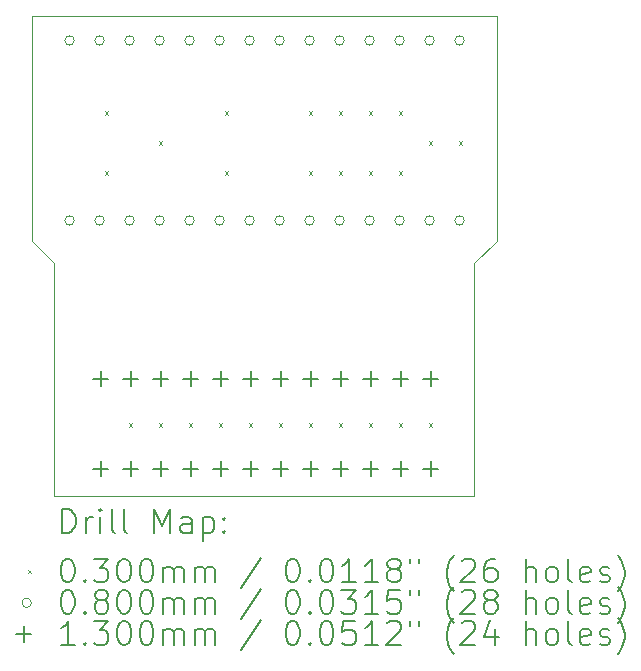
<source format=gbr>
%TF.GenerationSoftware,KiCad,Pcbnew,8.0.2-8.0.2-0~ubuntu24.04.1*%
%TF.CreationDate,2024-06-01T21:52:59+10:00*%
%TF.ProjectId,NES_RAM-ADAPTER,4e45535f-5241-44d2-9d41-444150544552,rev?*%
%TF.SameCoordinates,Original*%
%TF.FileFunction,Drillmap*%
%TF.FilePolarity,Positive*%
%FSLAX45Y45*%
G04 Gerber Fmt 4.5, Leading zero omitted, Abs format (unit mm)*
G04 Created by KiCad (PCBNEW 8.0.2-8.0.2-0~ubuntu24.04.1) date 2024-06-01 21:52:59*
%MOMM*%
%LPD*%
G01*
G04 APERTURE LIST*
%ADD10C,0.050000*%
%ADD11C,0.200000*%
%ADD12C,0.100000*%
%ADD13C,0.130000*%
G04 APERTURE END LIST*
D10*
X12001500Y-10350500D02*
X15557500Y-10350500D01*
X11811000Y-8191500D02*
X12001500Y-8382000D01*
X12001500Y-8382000D02*
X12001500Y-10350500D01*
X11811000Y-6286500D02*
X11811000Y-8191500D01*
X15557500Y-8382000D02*
X15557500Y-10350500D01*
X15748000Y-8191500D02*
X15557500Y-8382000D01*
X15748000Y-6286500D02*
X15748000Y-8191500D01*
X11811000Y-6286500D02*
X15748000Y-6286500D01*
D11*
D12*
X12431000Y-7097000D02*
X12461000Y-7127000D01*
X12461000Y-7097000D02*
X12431000Y-7127000D01*
X12431000Y-7605000D02*
X12461000Y-7635000D01*
X12461000Y-7605000D02*
X12431000Y-7635000D01*
X12634200Y-9738600D02*
X12664200Y-9768600D01*
X12664200Y-9738600D02*
X12634200Y-9768600D01*
X12888200Y-7351000D02*
X12918200Y-7381000D01*
X12918200Y-7351000D02*
X12888200Y-7381000D01*
X12888200Y-9738600D02*
X12918200Y-9768600D01*
X12918200Y-9738600D02*
X12888200Y-9768600D01*
X13142200Y-9738600D02*
X13172200Y-9768600D01*
X13172200Y-9738600D02*
X13142200Y-9768600D01*
X13396200Y-9738600D02*
X13426200Y-9768600D01*
X13426200Y-9738600D02*
X13396200Y-9768600D01*
X13447000Y-7097000D02*
X13477000Y-7127000D01*
X13477000Y-7097000D02*
X13447000Y-7127000D01*
X13447000Y-7605000D02*
X13477000Y-7635000D01*
X13477000Y-7605000D02*
X13447000Y-7635000D01*
X13650200Y-9738600D02*
X13680200Y-9768600D01*
X13680200Y-9738600D02*
X13650200Y-9768600D01*
X13904200Y-9738600D02*
X13934200Y-9768600D01*
X13934200Y-9738600D02*
X13904200Y-9768600D01*
X14158200Y-7097000D02*
X14188200Y-7127000D01*
X14188200Y-7097000D02*
X14158200Y-7127000D01*
X14158200Y-7605000D02*
X14188200Y-7635000D01*
X14188200Y-7605000D02*
X14158200Y-7635000D01*
X14158200Y-9738600D02*
X14188200Y-9768600D01*
X14188200Y-9738600D02*
X14158200Y-9768600D01*
X14412200Y-7097000D02*
X14442200Y-7127000D01*
X14442200Y-7097000D02*
X14412200Y-7127000D01*
X14412200Y-7605000D02*
X14442200Y-7635000D01*
X14442200Y-7605000D02*
X14412200Y-7635000D01*
X14412200Y-9738600D02*
X14442200Y-9768600D01*
X14442200Y-9738600D02*
X14412200Y-9768600D01*
X14666200Y-7097000D02*
X14696200Y-7127000D01*
X14696200Y-7097000D02*
X14666200Y-7127000D01*
X14666200Y-7605000D02*
X14696200Y-7635000D01*
X14696200Y-7605000D02*
X14666200Y-7635000D01*
X14666200Y-9738600D02*
X14696200Y-9768600D01*
X14696200Y-9738600D02*
X14666200Y-9768600D01*
X14920200Y-7097000D02*
X14950200Y-7127000D01*
X14950200Y-7097000D02*
X14920200Y-7127000D01*
X14920200Y-7605000D02*
X14950200Y-7635000D01*
X14950200Y-7605000D02*
X14920200Y-7635000D01*
X14920200Y-9738600D02*
X14950200Y-9768600D01*
X14950200Y-9738600D02*
X14920200Y-9768600D01*
X15174200Y-7351000D02*
X15204200Y-7381000D01*
X15204200Y-7351000D02*
X15174200Y-7381000D01*
X15174200Y-9738600D02*
X15204200Y-9768600D01*
X15204200Y-9738600D02*
X15174200Y-9768600D01*
X15428200Y-7351000D02*
X15458200Y-7381000D01*
X15458200Y-7351000D02*
X15428200Y-7381000D01*
X12171500Y-6495500D02*
G75*
G02*
X12091500Y-6495500I-40000J0D01*
G01*
X12091500Y-6495500D02*
G75*
G02*
X12171500Y-6495500I40000J0D01*
G01*
X12171500Y-8019500D02*
G75*
G02*
X12091500Y-8019500I-40000J0D01*
G01*
X12091500Y-8019500D02*
G75*
G02*
X12171500Y-8019500I40000J0D01*
G01*
X12425500Y-6495500D02*
G75*
G02*
X12345500Y-6495500I-40000J0D01*
G01*
X12345500Y-6495500D02*
G75*
G02*
X12425500Y-6495500I40000J0D01*
G01*
X12425500Y-8019500D02*
G75*
G02*
X12345500Y-8019500I-40000J0D01*
G01*
X12345500Y-8019500D02*
G75*
G02*
X12425500Y-8019500I40000J0D01*
G01*
X12679500Y-6495500D02*
G75*
G02*
X12599500Y-6495500I-40000J0D01*
G01*
X12599500Y-6495500D02*
G75*
G02*
X12679500Y-6495500I40000J0D01*
G01*
X12679500Y-8019500D02*
G75*
G02*
X12599500Y-8019500I-40000J0D01*
G01*
X12599500Y-8019500D02*
G75*
G02*
X12679500Y-8019500I40000J0D01*
G01*
X12933500Y-6495500D02*
G75*
G02*
X12853500Y-6495500I-40000J0D01*
G01*
X12853500Y-6495500D02*
G75*
G02*
X12933500Y-6495500I40000J0D01*
G01*
X12933500Y-8019500D02*
G75*
G02*
X12853500Y-8019500I-40000J0D01*
G01*
X12853500Y-8019500D02*
G75*
G02*
X12933500Y-8019500I40000J0D01*
G01*
X13187500Y-6495500D02*
G75*
G02*
X13107500Y-6495500I-40000J0D01*
G01*
X13107500Y-6495500D02*
G75*
G02*
X13187500Y-6495500I40000J0D01*
G01*
X13187500Y-8019500D02*
G75*
G02*
X13107500Y-8019500I-40000J0D01*
G01*
X13107500Y-8019500D02*
G75*
G02*
X13187500Y-8019500I40000J0D01*
G01*
X13441500Y-6495500D02*
G75*
G02*
X13361500Y-6495500I-40000J0D01*
G01*
X13361500Y-6495500D02*
G75*
G02*
X13441500Y-6495500I40000J0D01*
G01*
X13441500Y-8019500D02*
G75*
G02*
X13361500Y-8019500I-40000J0D01*
G01*
X13361500Y-8019500D02*
G75*
G02*
X13441500Y-8019500I40000J0D01*
G01*
X13695500Y-6495500D02*
G75*
G02*
X13615500Y-6495500I-40000J0D01*
G01*
X13615500Y-6495500D02*
G75*
G02*
X13695500Y-6495500I40000J0D01*
G01*
X13695500Y-8019500D02*
G75*
G02*
X13615500Y-8019500I-40000J0D01*
G01*
X13615500Y-8019500D02*
G75*
G02*
X13695500Y-8019500I40000J0D01*
G01*
X13949500Y-6495500D02*
G75*
G02*
X13869500Y-6495500I-40000J0D01*
G01*
X13869500Y-6495500D02*
G75*
G02*
X13949500Y-6495500I40000J0D01*
G01*
X13949500Y-8019500D02*
G75*
G02*
X13869500Y-8019500I-40000J0D01*
G01*
X13869500Y-8019500D02*
G75*
G02*
X13949500Y-8019500I40000J0D01*
G01*
X14203500Y-6495500D02*
G75*
G02*
X14123500Y-6495500I-40000J0D01*
G01*
X14123500Y-6495500D02*
G75*
G02*
X14203500Y-6495500I40000J0D01*
G01*
X14203500Y-8019500D02*
G75*
G02*
X14123500Y-8019500I-40000J0D01*
G01*
X14123500Y-8019500D02*
G75*
G02*
X14203500Y-8019500I40000J0D01*
G01*
X14457500Y-6495500D02*
G75*
G02*
X14377500Y-6495500I-40000J0D01*
G01*
X14377500Y-6495500D02*
G75*
G02*
X14457500Y-6495500I40000J0D01*
G01*
X14457500Y-8019500D02*
G75*
G02*
X14377500Y-8019500I-40000J0D01*
G01*
X14377500Y-8019500D02*
G75*
G02*
X14457500Y-8019500I40000J0D01*
G01*
X14711500Y-6495500D02*
G75*
G02*
X14631500Y-6495500I-40000J0D01*
G01*
X14631500Y-6495500D02*
G75*
G02*
X14711500Y-6495500I40000J0D01*
G01*
X14711500Y-8019500D02*
G75*
G02*
X14631500Y-8019500I-40000J0D01*
G01*
X14631500Y-8019500D02*
G75*
G02*
X14711500Y-8019500I40000J0D01*
G01*
X14965500Y-6495500D02*
G75*
G02*
X14885500Y-6495500I-40000J0D01*
G01*
X14885500Y-6495500D02*
G75*
G02*
X14965500Y-6495500I40000J0D01*
G01*
X14965500Y-8019500D02*
G75*
G02*
X14885500Y-8019500I-40000J0D01*
G01*
X14885500Y-8019500D02*
G75*
G02*
X14965500Y-8019500I40000J0D01*
G01*
X15219500Y-6495500D02*
G75*
G02*
X15139500Y-6495500I-40000J0D01*
G01*
X15139500Y-6495500D02*
G75*
G02*
X15219500Y-6495500I40000J0D01*
G01*
X15219500Y-8019500D02*
G75*
G02*
X15139500Y-8019500I-40000J0D01*
G01*
X15139500Y-8019500D02*
G75*
G02*
X15219500Y-8019500I40000J0D01*
G01*
X15473500Y-6495500D02*
G75*
G02*
X15393500Y-6495500I-40000J0D01*
G01*
X15393500Y-6495500D02*
G75*
G02*
X15473500Y-6495500I40000J0D01*
G01*
X15473500Y-8019500D02*
G75*
G02*
X15393500Y-8019500I-40000J0D01*
G01*
X15393500Y-8019500D02*
G75*
G02*
X15473500Y-8019500I40000J0D01*
G01*
D13*
X12395200Y-9294900D02*
X12395200Y-9424900D01*
X12330200Y-9359900D02*
X12460200Y-9359900D01*
X12395200Y-10056900D02*
X12395200Y-10186900D01*
X12330200Y-10121900D02*
X12460200Y-10121900D01*
X12649200Y-9294900D02*
X12649200Y-9424900D01*
X12584200Y-9359900D02*
X12714200Y-9359900D01*
X12649200Y-10056900D02*
X12649200Y-10186900D01*
X12584200Y-10121900D02*
X12714200Y-10121900D01*
X12903200Y-9294900D02*
X12903200Y-9424900D01*
X12838200Y-9359900D02*
X12968200Y-9359900D01*
X12903200Y-10056900D02*
X12903200Y-10186900D01*
X12838200Y-10121900D02*
X12968200Y-10121900D01*
X13157200Y-9294900D02*
X13157200Y-9424900D01*
X13092200Y-9359900D02*
X13222200Y-9359900D01*
X13157200Y-10056900D02*
X13157200Y-10186900D01*
X13092200Y-10121900D02*
X13222200Y-10121900D01*
X13411200Y-9294900D02*
X13411200Y-9424900D01*
X13346200Y-9359900D02*
X13476200Y-9359900D01*
X13411200Y-10056900D02*
X13411200Y-10186900D01*
X13346200Y-10121900D02*
X13476200Y-10121900D01*
X13665200Y-9294900D02*
X13665200Y-9424900D01*
X13600200Y-9359900D02*
X13730200Y-9359900D01*
X13665200Y-10056900D02*
X13665200Y-10186900D01*
X13600200Y-10121900D02*
X13730200Y-10121900D01*
X13919200Y-9294900D02*
X13919200Y-9424900D01*
X13854200Y-9359900D02*
X13984200Y-9359900D01*
X13919200Y-10056900D02*
X13919200Y-10186900D01*
X13854200Y-10121900D02*
X13984200Y-10121900D01*
X14173200Y-9294900D02*
X14173200Y-9424900D01*
X14108200Y-9359900D02*
X14238200Y-9359900D01*
X14173200Y-10056900D02*
X14173200Y-10186900D01*
X14108200Y-10121900D02*
X14238200Y-10121900D01*
X14427200Y-9294900D02*
X14427200Y-9424900D01*
X14362200Y-9359900D02*
X14492200Y-9359900D01*
X14427200Y-10056900D02*
X14427200Y-10186900D01*
X14362200Y-10121900D02*
X14492200Y-10121900D01*
X14681200Y-9294900D02*
X14681200Y-9424900D01*
X14616200Y-9359900D02*
X14746200Y-9359900D01*
X14681200Y-10056900D02*
X14681200Y-10186900D01*
X14616200Y-10121900D02*
X14746200Y-10121900D01*
X14935200Y-9294900D02*
X14935200Y-9424900D01*
X14870200Y-9359900D02*
X15000200Y-9359900D01*
X14935200Y-10056900D02*
X14935200Y-10186900D01*
X14870200Y-10121900D02*
X15000200Y-10121900D01*
X15189200Y-9294900D02*
X15189200Y-9424900D01*
X15124200Y-9359900D02*
X15254200Y-9359900D01*
X15189200Y-10056900D02*
X15189200Y-10186900D01*
X15124200Y-10121900D02*
X15254200Y-10121900D01*
D11*
X12069277Y-10664484D02*
X12069277Y-10464484D01*
X12069277Y-10464484D02*
X12116896Y-10464484D01*
X12116896Y-10464484D02*
X12145467Y-10474008D01*
X12145467Y-10474008D02*
X12164515Y-10493055D01*
X12164515Y-10493055D02*
X12174039Y-10512103D01*
X12174039Y-10512103D02*
X12183562Y-10550198D01*
X12183562Y-10550198D02*
X12183562Y-10578770D01*
X12183562Y-10578770D02*
X12174039Y-10616865D01*
X12174039Y-10616865D02*
X12164515Y-10635912D01*
X12164515Y-10635912D02*
X12145467Y-10654960D01*
X12145467Y-10654960D02*
X12116896Y-10664484D01*
X12116896Y-10664484D02*
X12069277Y-10664484D01*
X12269277Y-10664484D02*
X12269277Y-10531150D01*
X12269277Y-10569246D02*
X12278801Y-10550198D01*
X12278801Y-10550198D02*
X12288324Y-10540674D01*
X12288324Y-10540674D02*
X12307372Y-10531150D01*
X12307372Y-10531150D02*
X12326420Y-10531150D01*
X12393086Y-10664484D02*
X12393086Y-10531150D01*
X12393086Y-10464484D02*
X12383562Y-10474008D01*
X12383562Y-10474008D02*
X12393086Y-10483531D01*
X12393086Y-10483531D02*
X12402610Y-10474008D01*
X12402610Y-10474008D02*
X12393086Y-10464484D01*
X12393086Y-10464484D02*
X12393086Y-10483531D01*
X12516896Y-10664484D02*
X12497848Y-10654960D01*
X12497848Y-10654960D02*
X12488324Y-10635912D01*
X12488324Y-10635912D02*
X12488324Y-10464484D01*
X12621658Y-10664484D02*
X12602610Y-10654960D01*
X12602610Y-10654960D02*
X12593086Y-10635912D01*
X12593086Y-10635912D02*
X12593086Y-10464484D01*
X12850229Y-10664484D02*
X12850229Y-10464484D01*
X12850229Y-10464484D02*
X12916896Y-10607341D01*
X12916896Y-10607341D02*
X12983562Y-10464484D01*
X12983562Y-10464484D02*
X12983562Y-10664484D01*
X13164515Y-10664484D02*
X13164515Y-10559722D01*
X13164515Y-10559722D02*
X13154991Y-10540674D01*
X13154991Y-10540674D02*
X13135943Y-10531150D01*
X13135943Y-10531150D02*
X13097848Y-10531150D01*
X13097848Y-10531150D02*
X13078801Y-10540674D01*
X13164515Y-10654960D02*
X13145467Y-10664484D01*
X13145467Y-10664484D02*
X13097848Y-10664484D01*
X13097848Y-10664484D02*
X13078801Y-10654960D01*
X13078801Y-10654960D02*
X13069277Y-10635912D01*
X13069277Y-10635912D02*
X13069277Y-10616865D01*
X13069277Y-10616865D02*
X13078801Y-10597817D01*
X13078801Y-10597817D02*
X13097848Y-10588293D01*
X13097848Y-10588293D02*
X13145467Y-10588293D01*
X13145467Y-10588293D02*
X13164515Y-10578770D01*
X13259753Y-10531150D02*
X13259753Y-10731150D01*
X13259753Y-10540674D02*
X13278801Y-10531150D01*
X13278801Y-10531150D02*
X13316896Y-10531150D01*
X13316896Y-10531150D02*
X13335943Y-10540674D01*
X13335943Y-10540674D02*
X13345467Y-10550198D01*
X13345467Y-10550198D02*
X13354991Y-10569246D01*
X13354991Y-10569246D02*
X13354991Y-10626389D01*
X13354991Y-10626389D02*
X13345467Y-10645436D01*
X13345467Y-10645436D02*
X13335943Y-10654960D01*
X13335943Y-10654960D02*
X13316896Y-10664484D01*
X13316896Y-10664484D02*
X13278801Y-10664484D01*
X13278801Y-10664484D02*
X13259753Y-10654960D01*
X13440705Y-10645436D02*
X13450229Y-10654960D01*
X13450229Y-10654960D02*
X13440705Y-10664484D01*
X13440705Y-10664484D02*
X13431182Y-10654960D01*
X13431182Y-10654960D02*
X13440705Y-10645436D01*
X13440705Y-10645436D02*
X13440705Y-10664484D01*
X13440705Y-10540674D02*
X13450229Y-10550198D01*
X13450229Y-10550198D02*
X13440705Y-10559722D01*
X13440705Y-10559722D02*
X13431182Y-10550198D01*
X13431182Y-10550198D02*
X13440705Y-10540674D01*
X13440705Y-10540674D02*
X13440705Y-10559722D01*
D12*
X11778500Y-10978000D02*
X11808500Y-11008000D01*
X11808500Y-10978000D02*
X11778500Y-11008000D01*
D11*
X12107372Y-10884484D02*
X12126420Y-10884484D01*
X12126420Y-10884484D02*
X12145467Y-10894008D01*
X12145467Y-10894008D02*
X12154991Y-10903531D01*
X12154991Y-10903531D02*
X12164515Y-10922579D01*
X12164515Y-10922579D02*
X12174039Y-10960674D01*
X12174039Y-10960674D02*
X12174039Y-11008293D01*
X12174039Y-11008293D02*
X12164515Y-11046389D01*
X12164515Y-11046389D02*
X12154991Y-11065436D01*
X12154991Y-11065436D02*
X12145467Y-11074960D01*
X12145467Y-11074960D02*
X12126420Y-11084484D01*
X12126420Y-11084484D02*
X12107372Y-11084484D01*
X12107372Y-11084484D02*
X12088324Y-11074960D01*
X12088324Y-11074960D02*
X12078801Y-11065436D01*
X12078801Y-11065436D02*
X12069277Y-11046389D01*
X12069277Y-11046389D02*
X12059753Y-11008293D01*
X12059753Y-11008293D02*
X12059753Y-10960674D01*
X12059753Y-10960674D02*
X12069277Y-10922579D01*
X12069277Y-10922579D02*
X12078801Y-10903531D01*
X12078801Y-10903531D02*
X12088324Y-10894008D01*
X12088324Y-10894008D02*
X12107372Y-10884484D01*
X12259753Y-11065436D02*
X12269277Y-11074960D01*
X12269277Y-11074960D02*
X12259753Y-11084484D01*
X12259753Y-11084484D02*
X12250229Y-11074960D01*
X12250229Y-11074960D02*
X12259753Y-11065436D01*
X12259753Y-11065436D02*
X12259753Y-11084484D01*
X12335943Y-10884484D02*
X12459753Y-10884484D01*
X12459753Y-10884484D02*
X12393086Y-10960674D01*
X12393086Y-10960674D02*
X12421658Y-10960674D01*
X12421658Y-10960674D02*
X12440705Y-10970198D01*
X12440705Y-10970198D02*
X12450229Y-10979722D01*
X12450229Y-10979722D02*
X12459753Y-10998770D01*
X12459753Y-10998770D02*
X12459753Y-11046389D01*
X12459753Y-11046389D02*
X12450229Y-11065436D01*
X12450229Y-11065436D02*
X12440705Y-11074960D01*
X12440705Y-11074960D02*
X12421658Y-11084484D01*
X12421658Y-11084484D02*
X12364515Y-11084484D01*
X12364515Y-11084484D02*
X12345467Y-11074960D01*
X12345467Y-11074960D02*
X12335943Y-11065436D01*
X12583562Y-10884484D02*
X12602610Y-10884484D01*
X12602610Y-10884484D02*
X12621658Y-10894008D01*
X12621658Y-10894008D02*
X12631182Y-10903531D01*
X12631182Y-10903531D02*
X12640705Y-10922579D01*
X12640705Y-10922579D02*
X12650229Y-10960674D01*
X12650229Y-10960674D02*
X12650229Y-11008293D01*
X12650229Y-11008293D02*
X12640705Y-11046389D01*
X12640705Y-11046389D02*
X12631182Y-11065436D01*
X12631182Y-11065436D02*
X12621658Y-11074960D01*
X12621658Y-11074960D02*
X12602610Y-11084484D01*
X12602610Y-11084484D02*
X12583562Y-11084484D01*
X12583562Y-11084484D02*
X12564515Y-11074960D01*
X12564515Y-11074960D02*
X12554991Y-11065436D01*
X12554991Y-11065436D02*
X12545467Y-11046389D01*
X12545467Y-11046389D02*
X12535943Y-11008293D01*
X12535943Y-11008293D02*
X12535943Y-10960674D01*
X12535943Y-10960674D02*
X12545467Y-10922579D01*
X12545467Y-10922579D02*
X12554991Y-10903531D01*
X12554991Y-10903531D02*
X12564515Y-10894008D01*
X12564515Y-10894008D02*
X12583562Y-10884484D01*
X12774039Y-10884484D02*
X12793086Y-10884484D01*
X12793086Y-10884484D02*
X12812134Y-10894008D01*
X12812134Y-10894008D02*
X12821658Y-10903531D01*
X12821658Y-10903531D02*
X12831182Y-10922579D01*
X12831182Y-10922579D02*
X12840705Y-10960674D01*
X12840705Y-10960674D02*
X12840705Y-11008293D01*
X12840705Y-11008293D02*
X12831182Y-11046389D01*
X12831182Y-11046389D02*
X12821658Y-11065436D01*
X12821658Y-11065436D02*
X12812134Y-11074960D01*
X12812134Y-11074960D02*
X12793086Y-11084484D01*
X12793086Y-11084484D02*
X12774039Y-11084484D01*
X12774039Y-11084484D02*
X12754991Y-11074960D01*
X12754991Y-11074960D02*
X12745467Y-11065436D01*
X12745467Y-11065436D02*
X12735943Y-11046389D01*
X12735943Y-11046389D02*
X12726420Y-11008293D01*
X12726420Y-11008293D02*
X12726420Y-10960674D01*
X12726420Y-10960674D02*
X12735943Y-10922579D01*
X12735943Y-10922579D02*
X12745467Y-10903531D01*
X12745467Y-10903531D02*
X12754991Y-10894008D01*
X12754991Y-10894008D02*
X12774039Y-10884484D01*
X12926420Y-11084484D02*
X12926420Y-10951150D01*
X12926420Y-10970198D02*
X12935943Y-10960674D01*
X12935943Y-10960674D02*
X12954991Y-10951150D01*
X12954991Y-10951150D02*
X12983563Y-10951150D01*
X12983563Y-10951150D02*
X13002610Y-10960674D01*
X13002610Y-10960674D02*
X13012134Y-10979722D01*
X13012134Y-10979722D02*
X13012134Y-11084484D01*
X13012134Y-10979722D02*
X13021658Y-10960674D01*
X13021658Y-10960674D02*
X13040705Y-10951150D01*
X13040705Y-10951150D02*
X13069277Y-10951150D01*
X13069277Y-10951150D02*
X13088324Y-10960674D01*
X13088324Y-10960674D02*
X13097848Y-10979722D01*
X13097848Y-10979722D02*
X13097848Y-11084484D01*
X13193086Y-11084484D02*
X13193086Y-10951150D01*
X13193086Y-10970198D02*
X13202610Y-10960674D01*
X13202610Y-10960674D02*
X13221658Y-10951150D01*
X13221658Y-10951150D02*
X13250229Y-10951150D01*
X13250229Y-10951150D02*
X13269277Y-10960674D01*
X13269277Y-10960674D02*
X13278801Y-10979722D01*
X13278801Y-10979722D02*
X13278801Y-11084484D01*
X13278801Y-10979722D02*
X13288324Y-10960674D01*
X13288324Y-10960674D02*
X13307372Y-10951150D01*
X13307372Y-10951150D02*
X13335943Y-10951150D01*
X13335943Y-10951150D02*
X13354991Y-10960674D01*
X13354991Y-10960674D02*
X13364515Y-10979722D01*
X13364515Y-10979722D02*
X13364515Y-11084484D01*
X13754991Y-10874960D02*
X13583563Y-11132103D01*
X14012134Y-10884484D02*
X14031182Y-10884484D01*
X14031182Y-10884484D02*
X14050229Y-10894008D01*
X14050229Y-10894008D02*
X14059753Y-10903531D01*
X14059753Y-10903531D02*
X14069277Y-10922579D01*
X14069277Y-10922579D02*
X14078801Y-10960674D01*
X14078801Y-10960674D02*
X14078801Y-11008293D01*
X14078801Y-11008293D02*
X14069277Y-11046389D01*
X14069277Y-11046389D02*
X14059753Y-11065436D01*
X14059753Y-11065436D02*
X14050229Y-11074960D01*
X14050229Y-11074960D02*
X14031182Y-11084484D01*
X14031182Y-11084484D02*
X14012134Y-11084484D01*
X14012134Y-11084484D02*
X13993086Y-11074960D01*
X13993086Y-11074960D02*
X13983563Y-11065436D01*
X13983563Y-11065436D02*
X13974039Y-11046389D01*
X13974039Y-11046389D02*
X13964515Y-11008293D01*
X13964515Y-11008293D02*
X13964515Y-10960674D01*
X13964515Y-10960674D02*
X13974039Y-10922579D01*
X13974039Y-10922579D02*
X13983563Y-10903531D01*
X13983563Y-10903531D02*
X13993086Y-10894008D01*
X13993086Y-10894008D02*
X14012134Y-10884484D01*
X14164515Y-11065436D02*
X14174039Y-11074960D01*
X14174039Y-11074960D02*
X14164515Y-11084484D01*
X14164515Y-11084484D02*
X14154991Y-11074960D01*
X14154991Y-11074960D02*
X14164515Y-11065436D01*
X14164515Y-11065436D02*
X14164515Y-11084484D01*
X14297848Y-10884484D02*
X14316896Y-10884484D01*
X14316896Y-10884484D02*
X14335944Y-10894008D01*
X14335944Y-10894008D02*
X14345467Y-10903531D01*
X14345467Y-10903531D02*
X14354991Y-10922579D01*
X14354991Y-10922579D02*
X14364515Y-10960674D01*
X14364515Y-10960674D02*
X14364515Y-11008293D01*
X14364515Y-11008293D02*
X14354991Y-11046389D01*
X14354991Y-11046389D02*
X14345467Y-11065436D01*
X14345467Y-11065436D02*
X14335944Y-11074960D01*
X14335944Y-11074960D02*
X14316896Y-11084484D01*
X14316896Y-11084484D02*
X14297848Y-11084484D01*
X14297848Y-11084484D02*
X14278801Y-11074960D01*
X14278801Y-11074960D02*
X14269277Y-11065436D01*
X14269277Y-11065436D02*
X14259753Y-11046389D01*
X14259753Y-11046389D02*
X14250229Y-11008293D01*
X14250229Y-11008293D02*
X14250229Y-10960674D01*
X14250229Y-10960674D02*
X14259753Y-10922579D01*
X14259753Y-10922579D02*
X14269277Y-10903531D01*
X14269277Y-10903531D02*
X14278801Y-10894008D01*
X14278801Y-10894008D02*
X14297848Y-10884484D01*
X14554991Y-11084484D02*
X14440706Y-11084484D01*
X14497848Y-11084484D02*
X14497848Y-10884484D01*
X14497848Y-10884484D02*
X14478801Y-10913055D01*
X14478801Y-10913055D02*
X14459753Y-10932103D01*
X14459753Y-10932103D02*
X14440706Y-10941627D01*
X14745467Y-11084484D02*
X14631182Y-11084484D01*
X14688325Y-11084484D02*
X14688325Y-10884484D01*
X14688325Y-10884484D02*
X14669277Y-10913055D01*
X14669277Y-10913055D02*
X14650229Y-10932103D01*
X14650229Y-10932103D02*
X14631182Y-10941627D01*
X14859753Y-10970198D02*
X14840706Y-10960674D01*
X14840706Y-10960674D02*
X14831182Y-10951150D01*
X14831182Y-10951150D02*
X14821658Y-10932103D01*
X14821658Y-10932103D02*
X14821658Y-10922579D01*
X14821658Y-10922579D02*
X14831182Y-10903531D01*
X14831182Y-10903531D02*
X14840706Y-10894008D01*
X14840706Y-10894008D02*
X14859753Y-10884484D01*
X14859753Y-10884484D02*
X14897848Y-10884484D01*
X14897848Y-10884484D02*
X14916896Y-10894008D01*
X14916896Y-10894008D02*
X14926420Y-10903531D01*
X14926420Y-10903531D02*
X14935944Y-10922579D01*
X14935944Y-10922579D02*
X14935944Y-10932103D01*
X14935944Y-10932103D02*
X14926420Y-10951150D01*
X14926420Y-10951150D02*
X14916896Y-10960674D01*
X14916896Y-10960674D02*
X14897848Y-10970198D01*
X14897848Y-10970198D02*
X14859753Y-10970198D01*
X14859753Y-10970198D02*
X14840706Y-10979722D01*
X14840706Y-10979722D02*
X14831182Y-10989246D01*
X14831182Y-10989246D02*
X14821658Y-11008293D01*
X14821658Y-11008293D02*
X14821658Y-11046389D01*
X14821658Y-11046389D02*
X14831182Y-11065436D01*
X14831182Y-11065436D02*
X14840706Y-11074960D01*
X14840706Y-11074960D02*
X14859753Y-11084484D01*
X14859753Y-11084484D02*
X14897848Y-11084484D01*
X14897848Y-11084484D02*
X14916896Y-11074960D01*
X14916896Y-11074960D02*
X14926420Y-11065436D01*
X14926420Y-11065436D02*
X14935944Y-11046389D01*
X14935944Y-11046389D02*
X14935944Y-11008293D01*
X14935944Y-11008293D02*
X14926420Y-10989246D01*
X14926420Y-10989246D02*
X14916896Y-10979722D01*
X14916896Y-10979722D02*
X14897848Y-10970198D01*
X15012134Y-10884484D02*
X15012134Y-10922579D01*
X15088325Y-10884484D02*
X15088325Y-10922579D01*
X15383563Y-11160674D02*
X15374039Y-11151150D01*
X15374039Y-11151150D02*
X15354991Y-11122579D01*
X15354991Y-11122579D02*
X15345468Y-11103531D01*
X15345468Y-11103531D02*
X15335944Y-11074960D01*
X15335944Y-11074960D02*
X15326420Y-11027341D01*
X15326420Y-11027341D02*
X15326420Y-10989246D01*
X15326420Y-10989246D02*
X15335944Y-10941627D01*
X15335944Y-10941627D02*
X15345468Y-10913055D01*
X15345468Y-10913055D02*
X15354991Y-10894008D01*
X15354991Y-10894008D02*
X15374039Y-10865436D01*
X15374039Y-10865436D02*
X15383563Y-10855912D01*
X15450229Y-10903531D02*
X15459753Y-10894008D01*
X15459753Y-10894008D02*
X15478801Y-10884484D01*
X15478801Y-10884484D02*
X15526420Y-10884484D01*
X15526420Y-10884484D02*
X15545468Y-10894008D01*
X15545468Y-10894008D02*
X15554991Y-10903531D01*
X15554991Y-10903531D02*
X15564515Y-10922579D01*
X15564515Y-10922579D02*
X15564515Y-10941627D01*
X15564515Y-10941627D02*
X15554991Y-10970198D01*
X15554991Y-10970198D02*
X15440706Y-11084484D01*
X15440706Y-11084484D02*
X15564515Y-11084484D01*
X15735944Y-10884484D02*
X15697848Y-10884484D01*
X15697848Y-10884484D02*
X15678801Y-10894008D01*
X15678801Y-10894008D02*
X15669277Y-10903531D01*
X15669277Y-10903531D02*
X15650229Y-10932103D01*
X15650229Y-10932103D02*
X15640706Y-10970198D01*
X15640706Y-10970198D02*
X15640706Y-11046389D01*
X15640706Y-11046389D02*
X15650229Y-11065436D01*
X15650229Y-11065436D02*
X15659753Y-11074960D01*
X15659753Y-11074960D02*
X15678801Y-11084484D01*
X15678801Y-11084484D02*
X15716896Y-11084484D01*
X15716896Y-11084484D02*
X15735944Y-11074960D01*
X15735944Y-11074960D02*
X15745468Y-11065436D01*
X15745468Y-11065436D02*
X15754991Y-11046389D01*
X15754991Y-11046389D02*
X15754991Y-10998770D01*
X15754991Y-10998770D02*
X15745468Y-10979722D01*
X15745468Y-10979722D02*
X15735944Y-10970198D01*
X15735944Y-10970198D02*
X15716896Y-10960674D01*
X15716896Y-10960674D02*
X15678801Y-10960674D01*
X15678801Y-10960674D02*
X15659753Y-10970198D01*
X15659753Y-10970198D02*
X15650229Y-10979722D01*
X15650229Y-10979722D02*
X15640706Y-10998770D01*
X15993087Y-11084484D02*
X15993087Y-10884484D01*
X16078801Y-11084484D02*
X16078801Y-10979722D01*
X16078801Y-10979722D02*
X16069277Y-10960674D01*
X16069277Y-10960674D02*
X16050230Y-10951150D01*
X16050230Y-10951150D02*
X16021658Y-10951150D01*
X16021658Y-10951150D02*
X16002610Y-10960674D01*
X16002610Y-10960674D02*
X15993087Y-10970198D01*
X16202610Y-11084484D02*
X16183563Y-11074960D01*
X16183563Y-11074960D02*
X16174039Y-11065436D01*
X16174039Y-11065436D02*
X16164515Y-11046389D01*
X16164515Y-11046389D02*
X16164515Y-10989246D01*
X16164515Y-10989246D02*
X16174039Y-10970198D01*
X16174039Y-10970198D02*
X16183563Y-10960674D01*
X16183563Y-10960674D02*
X16202610Y-10951150D01*
X16202610Y-10951150D02*
X16231182Y-10951150D01*
X16231182Y-10951150D02*
X16250230Y-10960674D01*
X16250230Y-10960674D02*
X16259753Y-10970198D01*
X16259753Y-10970198D02*
X16269277Y-10989246D01*
X16269277Y-10989246D02*
X16269277Y-11046389D01*
X16269277Y-11046389D02*
X16259753Y-11065436D01*
X16259753Y-11065436D02*
X16250230Y-11074960D01*
X16250230Y-11074960D02*
X16231182Y-11084484D01*
X16231182Y-11084484D02*
X16202610Y-11084484D01*
X16383563Y-11084484D02*
X16364515Y-11074960D01*
X16364515Y-11074960D02*
X16354991Y-11055912D01*
X16354991Y-11055912D02*
X16354991Y-10884484D01*
X16535944Y-11074960D02*
X16516896Y-11084484D01*
X16516896Y-11084484D02*
X16478801Y-11084484D01*
X16478801Y-11084484D02*
X16459753Y-11074960D01*
X16459753Y-11074960D02*
X16450230Y-11055912D01*
X16450230Y-11055912D02*
X16450230Y-10979722D01*
X16450230Y-10979722D02*
X16459753Y-10960674D01*
X16459753Y-10960674D02*
X16478801Y-10951150D01*
X16478801Y-10951150D02*
X16516896Y-10951150D01*
X16516896Y-10951150D02*
X16535944Y-10960674D01*
X16535944Y-10960674D02*
X16545468Y-10979722D01*
X16545468Y-10979722D02*
X16545468Y-10998770D01*
X16545468Y-10998770D02*
X16450230Y-11017817D01*
X16621658Y-11074960D02*
X16640706Y-11084484D01*
X16640706Y-11084484D02*
X16678801Y-11084484D01*
X16678801Y-11084484D02*
X16697849Y-11074960D01*
X16697849Y-11074960D02*
X16707372Y-11055912D01*
X16707372Y-11055912D02*
X16707372Y-11046389D01*
X16707372Y-11046389D02*
X16697849Y-11027341D01*
X16697849Y-11027341D02*
X16678801Y-11017817D01*
X16678801Y-11017817D02*
X16650230Y-11017817D01*
X16650230Y-11017817D02*
X16631182Y-11008293D01*
X16631182Y-11008293D02*
X16621658Y-10989246D01*
X16621658Y-10989246D02*
X16621658Y-10979722D01*
X16621658Y-10979722D02*
X16631182Y-10960674D01*
X16631182Y-10960674D02*
X16650230Y-10951150D01*
X16650230Y-10951150D02*
X16678801Y-10951150D01*
X16678801Y-10951150D02*
X16697849Y-10960674D01*
X16774039Y-11160674D02*
X16783563Y-11151150D01*
X16783563Y-11151150D02*
X16802611Y-11122579D01*
X16802611Y-11122579D02*
X16812134Y-11103531D01*
X16812134Y-11103531D02*
X16821658Y-11074960D01*
X16821658Y-11074960D02*
X16831182Y-11027341D01*
X16831182Y-11027341D02*
X16831182Y-10989246D01*
X16831182Y-10989246D02*
X16821658Y-10941627D01*
X16821658Y-10941627D02*
X16812134Y-10913055D01*
X16812134Y-10913055D02*
X16802611Y-10894008D01*
X16802611Y-10894008D02*
X16783563Y-10865436D01*
X16783563Y-10865436D02*
X16774039Y-10855912D01*
D12*
X11808500Y-11257000D02*
G75*
G02*
X11728500Y-11257000I-40000J0D01*
G01*
X11728500Y-11257000D02*
G75*
G02*
X11808500Y-11257000I40000J0D01*
G01*
D11*
X12107372Y-11148484D02*
X12126420Y-11148484D01*
X12126420Y-11148484D02*
X12145467Y-11158008D01*
X12145467Y-11158008D02*
X12154991Y-11167531D01*
X12154991Y-11167531D02*
X12164515Y-11186579D01*
X12164515Y-11186579D02*
X12174039Y-11224674D01*
X12174039Y-11224674D02*
X12174039Y-11272293D01*
X12174039Y-11272293D02*
X12164515Y-11310388D01*
X12164515Y-11310388D02*
X12154991Y-11329436D01*
X12154991Y-11329436D02*
X12145467Y-11338960D01*
X12145467Y-11338960D02*
X12126420Y-11348484D01*
X12126420Y-11348484D02*
X12107372Y-11348484D01*
X12107372Y-11348484D02*
X12088324Y-11338960D01*
X12088324Y-11338960D02*
X12078801Y-11329436D01*
X12078801Y-11329436D02*
X12069277Y-11310388D01*
X12069277Y-11310388D02*
X12059753Y-11272293D01*
X12059753Y-11272293D02*
X12059753Y-11224674D01*
X12059753Y-11224674D02*
X12069277Y-11186579D01*
X12069277Y-11186579D02*
X12078801Y-11167531D01*
X12078801Y-11167531D02*
X12088324Y-11158008D01*
X12088324Y-11158008D02*
X12107372Y-11148484D01*
X12259753Y-11329436D02*
X12269277Y-11338960D01*
X12269277Y-11338960D02*
X12259753Y-11348484D01*
X12259753Y-11348484D02*
X12250229Y-11338960D01*
X12250229Y-11338960D02*
X12259753Y-11329436D01*
X12259753Y-11329436D02*
X12259753Y-11348484D01*
X12383562Y-11234198D02*
X12364515Y-11224674D01*
X12364515Y-11224674D02*
X12354991Y-11215150D01*
X12354991Y-11215150D02*
X12345467Y-11196103D01*
X12345467Y-11196103D02*
X12345467Y-11186579D01*
X12345467Y-11186579D02*
X12354991Y-11167531D01*
X12354991Y-11167531D02*
X12364515Y-11158008D01*
X12364515Y-11158008D02*
X12383562Y-11148484D01*
X12383562Y-11148484D02*
X12421658Y-11148484D01*
X12421658Y-11148484D02*
X12440705Y-11158008D01*
X12440705Y-11158008D02*
X12450229Y-11167531D01*
X12450229Y-11167531D02*
X12459753Y-11186579D01*
X12459753Y-11186579D02*
X12459753Y-11196103D01*
X12459753Y-11196103D02*
X12450229Y-11215150D01*
X12450229Y-11215150D02*
X12440705Y-11224674D01*
X12440705Y-11224674D02*
X12421658Y-11234198D01*
X12421658Y-11234198D02*
X12383562Y-11234198D01*
X12383562Y-11234198D02*
X12364515Y-11243722D01*
X12364515Y-11243722D02*
X12354991Y-11253246D01*
X12354991Y-11253246D02*
X12345467Y-11272293D01*
X12345467Y-11272293D02*
X12345467Y-11310388D01*
X12345467Y-11310388D02*
X12354991Y-11329436D01*
X12354991Y-11329436D02*
X12364515Y-11338960D01*
X12364515Y-11338960D02*
X12383562Y-11348484D01*
X12383562Y-11348484D02*
X12421658Y-11348484D01*
X12421658Y-11348484D02*
X12440705Y-11338960D01*
X12440705Y-11338960D02*
X12450229Y-11329436D01*
X12450229Y-11329436D02*
X12459753Y-11310388D01*
X12459753Y-11310388D02*
X12459753Y-11272293D01*
X12459753Y-11272293D02*
X12450229Y-11253246D01*
X12450229Y-11253246D02*
X12440705Y-11243722D01*
X12440705Y-11243722D02*
X12421658Y-11234198D01*
X12583562Y-11148484D02*
X12602610Y-11148484D01*
X12602610Y-11148484D02*
X12621658Y-11158008D01*
X12621658Y-11158008D02*
X12631182Y-11167531D01*
X12631182Y-11167531D02*
X12640705Y-11186579D01*
X12640705Y-11186579D02*
X12650229Y-11224674D01*
X12650229Y-11224674D02*
X12650229Y-11272293D01*
X12650229Y-11272293D02*
X12640705Y-11310388D01*
X12640705Y-11310388D02*
X12631182Y-11329436D01*
X12631182Y-11329436D02*
X12621658Y-11338960D01*
X12621658Y-11338960D02*
X12602610Y-11348484D01*
X12602610Y-11348484D02*
X12583562Y-11348484D01*
X12583562Y-11348484D02*
X12564515Y-11338960D01*
X12564515Y-11338960D02*
X12554991Y-11329436D01*
X12554991Y-11329436D02*
X12545467Y-11310388D01*
X12545467Y-11310388D02*
X12535943Y-11272293D01*
X12535943Y-11272293D02*
X12535943Y-11224674D01*
X12535943Y-11224674D02*
X12545467Y-11186579D01*
X12545467Y-11186579D02*
X12554991Y-11167531D01*
X12554991Y-11167531D02*
X12564515Y-11158008D01*
X12564515Y-11158008D02*
X12583562Y-11148484D01*
X12774039Y-11148484D02*
X12793086Y-11148484D01*
X12793086Y-11148484D02*
X12812134Y-11158008D01*
X12812134Y-11158008D02*
X12821658Y-11167531D01*
X12821658Y-11167531D02*
X12831182Y-11186579D01*
X12831182Y-11186579D02*
X12840705Y-11224674D01*
X12840705Y-11224674D02*
X12840705Y-11272293D01*
X12840705Y-11272293D02*
X12831182Y-11310388D01*
X12831182Y-11310388D02*
X12821658Y-11329436D01*
X12821658Y-11329436D02*
X12812134Y-11338960D01*
X12812134Y-11338960D02*
X12793086Y-11348484D01*
X12793086Y-11348484D02*
X12774039Y-11348484D01*
X12774039Y-11348484D02*
X12754991Y-11338960D01*
X12754991Y-11338960D02*
X12745467Y-11329436D01*
X12745467Y-11329436D02*
X12735943Y-11310388D01*
X12735943Y-11310388D02*
X12726420Y-11272293D01*
X12726420Y-11272293D02*
X12726420Y-11224674D01*
X12726420Y-11224674D02*
X12735943Y-11186579D01*
X12735943Y-11186579D02*
X12745467Y-11167531D01*
X12745467Y-11167531D02*
X12754991Y-11158008D01*
X12754991Y-11158008D02*
X12774039Y-11148484D01*
X12926420Y-11348484D02*
X12926420Y-11215150D01*
X12926420Y-11234198D02*
X12935943Y-11224674D01*
X12935943Y-11224674D02*
X12954991Y-11215150D01*
X12954991Y-11215150D02*
X12983563Y-11215150D01*
X12983563Y-11215150D02*
X13002610Y-11224674D01*
X13002610Y-11224674D02*
X13012134Y-11243722D01*
X13012134Y-11243722D02*
X13012134Y-11348484D01*
X13012134Y-11243722D02*
X13021658Y-11224674D01*
X13021658Y-11224674D02*
X13040705Y-11215150D01*
X13040705Y-11215150D02*
X13069277Y-11215150D01*
X13069277Y-11215150D02*
X13088324Y-11224674D01*
X13088324Y-11224674D02*
X13097848Y-11243722D01*
X13097848Y-11243722D02*
X13097848Y-11348484D01*
X13193086Y-11348484D02*
X13193086Y-11215150D01*
X13193086Y-11234198D02*
X13202610Y-11224674D01*
X13202610Y-11224674D02*
X13221658Y-11215150D01*
X13221658Y-11215150D02*
X13250229Y-11215150D01*
X13250229Y-11215150D02*
X13269277Y-11224674D01*
X13269277Y-11224674D02*
X13278801Y-11243722D01*
X13278801Y-11243722D02*
X13278801Y-11348484D01*
X13278801Y-11243722D02*
X13288324Y-11224674D01*
X13288324Y-11224674D02*
X13307372Y-11215150D01*
X13307372Y-11215150D02*
X13335943Y-11215150D01*
X13335943Y-11215150D02*
X13354991Y-11224674D01*
X13354991Y-11224674D02*
X13364515Y-11243722D01*
X13364515Y-11243722D02*
X13364515Y-11348484D01*
X13754991Y-11138960D02*
X13583563Y-11396103D01*
X14012134Y-11148484D02*
X14031182Y-11148484D01*
X14031182Y-11148484D02*
X14050229Y-11158008D01*
X14050229Y-11158008D02*
X14059753Y-11167531D01*
X14059753Y-11167531D02*
X14069277Y-11186579D01*
X14069277Y-11186579D02*
X14078801Y-11224674D01*
X14078801Y-11224674D02*
X14078801Y-11272293D01*
X14078801Y-11272293D02*
X14069277Y-11310388D01*
X14069277Y-11310388D02*
X14059753Y-11329436D01*
X14059753Y-11329436D02*
X14050229Y-11338960D01*
X14050229Y-11338960D02*
X14031182Y-11348484D01*
X14031182Y-11348484D02*
X14012134Y-11348484D01*
X14012134Y-11348484D02*
X13993086Y-11338960D01*
X13993086Y-11338960D02*
X13983563Y-11329436D01*
X13983563Y-11329436D02*
X13974039Y-11310388D01*
X13974039Y-11310388D02*
X13964515Y-11272293D01*
X13964515Y-11272293D02*
X13964515Y-11224674D01*
X13964515Y-11224674D02*
X13974039Y-11186579D01*
X13974039Y-11186579D02*
X13983563Y-11167531D01*
X13983563Y-11167531D02*
X13993086Y-11158008D01*
X13993086Y-11158008D02*
X14012134Y-11148484D01*
X14164515Y-11329436D02*
X14174039Y-11338960D01*
X14174039Y-11338960D02*
X14164515Y-11348484D01*
X14164515Y-11348484D02*
X14154991Y-11338960D01*
X14154991Y-11338960D02*
X14164515Y-11329436D01*
X14164515Y-11329436D02*
X14164515Y-11348484D01*
X14297848Y-11148484D02*
X14316896Y-11148484D01*
X14316896Y-11148484D02*
X14335944Y-11158008D01*
X14335944Y-11158008D02*
X14345467Y-11167531D01*
X14345467Y-11167531D02*
X14354991Y-11186579D01*
X14354991Y-11186579D02*
X14364515Y-11224674D01*
X14364515Y-11224674D02*
X14364515Y-11272293D01*
X14364515Y-11272293D02*
X14354991Y-11310388D01*
X14354991Y-11310388D02*
X14345467Y-11329436D01*
X14345467Y-11329436D02*
X14335944Y-11338960D01*
X14335944Y-11338960D02*
X14316896Y-11348484D01*
X14316896Y-11348484D02*
X14297848Y-11348484D01*
X14297848Y-11348484D02*
X14278801Y-11338960D01*
X14278801Y-11338960D02*
X14269277Y-11329436D01*
X14269277Y-11329436D02*
X14259753Y-11310388D01*
X14259753Y-11310388D02*
X14250229Y-11272293D01*
X14250229Y-11272293D02*
X14250229Y-11224674D01*
X14250229Y-11224674D02*
X14259753Y-11186579D01*
X14259753Y-11186579D02*
X14269277Y-11167531D01*
X14269277Y-11167531D02*
X14278801Y-11158008D01*
X14278801Y-11158008D02*
X14297848Y-11148484D01*
X14431182Y-11148484D02*
X14554991Y-11148484D01*
X14554991Y-11148484D02*
X14488325Y-11224674D01*
X14488325Y-11224674D02*
X14516896Y-11224674D01*
X14516896Y-11224674D02*
X14535944Y-11234198D01*
X14535944Y-11234198D02*
X14545467Y-11243722D01*
X14545467Y-11243722D02*
X14554991Y-11262769D01*
X14554991Y-11262769D02*
X14554991Y-11310388D01*
X14554991Y-11310388D02*
X14545467Y-11329436D01*
X14545467Y-11329436D02*
X14535944Y-11338960D01*
X14535944Y-11338960D02*
X14516896Y-11348484D01*
X14516896Y-11348484D02*
X14459753Y-11348484D01*
X14459753Y-11348484D02*
X14440706Y-11338960D01*
X14440706Y-11338960D02*
X14431182Y-11329436D01*
X14745467Y-11348484D02*
X14631182Y-11348484D01*
X14688325Y-11348484D02*
X14688325Y-11148484D01*
X14688325Y-11148484D02*
X14669277Y-11177055D01*
X14669277Y-11177055D02*
X14650229Y-11196103D01*
X14650229Y-11196103D02*
X14631182Y-11205627D01*
X14926420Y-11148484D02*
X14831182Y-11148484D01*
X14831182Y-11148484D02*
X14821658Y-11243722D01*
X14821658Y-11243722D02*
X14831182Y-11234198D01*
X14831182Y-11234198D02*
X14850229Y-11224674D01*
X14850229Y-11224674D02*
X14897848Y-11224674D01*
X14897848Y-11224674D02*
X14916896Y-11234198D01*
X14916896Y-11234198D02*
X14926420Y-11243722D01*
X14926420Y-11243722D02*
X14935944Y-11262769D01*
X14935944Y-11262769D02*
X14935944Y-11310388D01*
X14935944Y-11310388D02*
X14926420Y-11329436D01*
X14926420Y-11329436D02*
X14916896Y-11338960D01*
X14916896Y-11338960D02*
X14897848Y-11348484D01*
X14897848Y-11348484D02*
X14850229Y-11348484D01*
X14850229Y-11348484D02*
X14831182Y-11338960D01*
X14831182Y-11338960D02*
X14821658Y-11329436D01*
X15012134Y-11148484D02*
X15012134Y-11186579D01*
X15088325Y-11148484D02*
X15088325Y-11186579D01*
X15383563Y-11424674D02*
X15374039Y-11415150D01*
X15374039Y-11415150D02*
X15354991Y-11386579D01*
X15354991Y-11386579D02*
X15345468Y-11367531D01*
X15345468Y-11367531D02*
X15335944Y-11338960D01*
X15335944Y-11338960D02*
X15326420Y-11291341D01*
X15326420Y-11291341D02*
X15326420Y-11253246D01*
X15326420Y-11253246D02*
X15335944Y-11205627D01*
X15335944Y-11205627D02*
X15345468Y-11177055D01*
X15345468Y-11177055D02*
X15354991Y-11158008D01*
X15354991Y-11158008D02*
X15374039Y-11129436D01*
X15374039Y-11129436D02*
X15383563Y-11119912D01*
X15450229Y-11167531D02*
X15459753Y-11158008D01*
X15459753Y-11158008D02*
X15478801Y-11148484D01*
X15478801Y-11148484D02*
X15526420Y-11148484D01*
X15526420Y-11148484D02*
X15545468Y-11158008D01*
X15545468Y-11158008D02*
X15554991Y-11167531D01*
X15554991Y-11167531D02*
X15564515Y-11186579D01*
X15564515Y-11186579D02*
X15564515Y-11205627D01*
X15564515Y-11205627D02*
X15554991Y-11234198D01*
X15554991Y-11234198D02*
X15440706Y-11348484D01*
X15440706Y-11348484D02*
X15564515Y-11348484D01*
X15678801Y-11234198D02*
X15659753Y-11224674D01*
X15659753Y-11224674D02*
X15650229Y-11215150D01*
X15650229Y-11215150D02*
X15640706Y-11196103D01*
X15640706Y-11196103D02*
X15640706Y-11186579D01*
X15640706Y-11186579D02*
X15650229Y-11167531D01*
X15650229Y-11167531D02*
X15659753Y-11158008D01*
X15659753Y-11158008D02*
X15678801Y-11148484D01*
X15678801Y-11148484D02*
X15716896Y-11148484D01*
X15716896Y-11148484D02*
X15735944Y-11158008D01*
X15735944Y-11158008D02*
X15745468Y-11167531D01*
X15745468Y-11167531D02*
X15754991Y-11186579D01*
X15754991Y-11186579D02*
X15754991Y-11196103D01*
X15754991Y-11196103D02*
X15745468Y-11215150D01*
X15745468Y-11215150D02*
X15735944Y-11224674D01*
X15735944Y-11224674D02*
X15716896Y-11234198D01*
X15716896Y-11234198D02*
X15678801Y-11234198D01*
X15678801Y-11234198D02*
X15659753Y-11243722D01*
X15659753Y-11243722D02*
X15650229Y-11253246D01*
X15650229Y-11253246D02*
X15640706Y-11272293D01*
X15640706Y-11272293D02*
X15640706Y-11310388D01*
X15640706Y-11310388D02*
X15650229Y-11329436D01*
X15650229Y-11329436D02*
X15659753Y-11338960D01*
X15659753Y-11338960D02*
X15678801Y-11348484D01*
X15678801Y-11348484D02*
X15716896Y-11348484D01*
X15716896Y-11348484D02*
X15735944Y-11338960D01*
X15735944Y-11338960D02*
X15745468Y-11329436D01*
X15745468Y-11329436D02*
X15754991Y-11310388D01*
X15754991Y-11310388D02*
X15754991Y-11272293D01*
X15754991Y-11272293D02*
X15745468Y-11253246D01*
X15745468Y-11253246D02*
X15735944Y-11243722D01*
X15735944Y-11243722D02*
X15716896Y-11234198D01*
X15993087Y-11348484D02*
X15993087Y-11148484D01*
X16078801Y-11348484D02*
X16078801Y-11243722D01*
X16078801Y-11243722D02*
X16069277Y-11224674D01*
X16069277Y-11224674D02*
X16050230Y-11215150D01*
X16050230Y-11215150D02*
X16021658Y-11215150D01*
X16021658Y-11215150D02*
X16002610Y-11224674D01*
X16002610Y-11224674D02*
X15993087Y-11234198D01*
X16202610Y-11348484D02*
X16183563Y-11338960D01*
X16183563Y-11338960D02*
X16174039Y-11329436D01*
X16174039Y-11329436D02*
X16164515Y-11310388D01*
X16164515Y-11310388D02*
X16164515Y-11253246D01*
X16164515Y-11253246D02*
X16174039Y-11234198D01*
X16174039Y-11234198D02*
X16183563Y-11224674D01*
X16183563Y-11224674D02*
X16202610Y-11215150D01*
X16202610Y-11215150D02*
X16231182Y-11215150D01*
X16231182Y-11215150D02*
X16250230Y-11224674D01*
X16250230Y-11224674D02*
X16259753Y-11234198D01*
X16259753Y-11234198D02*
X16269277Y-11253246D01*
X16269277Y-11253246D02*
X16269277Y-11310388D01*
X16269277Y-11310388D02*
X16259753Y-11329436D01*
X16259753Y-11329436D02*
X16250230Y-11338960D01*
X16250230Y-11338960D02*
X16231182Y-11348484D01*
X16231182Y-11348484D02*
X16202610Y-11348484D01*
X16383563Y-11348484D02*
X16364515Y-11338960D01*
X16364515Y-11338960D02*
X16354991Y-11319912D01*
X16354991Y-11319912D02*
X16354991Y-11148484D01*
X16535944Y-11338960D02*
X16516896Y-11348484D01*
X16516896Y-11348484D02*
X16478801Y-11348484D01*
X16478801Y-11348484D02*
X16459753Y-11338960D01*
X16459753Y-11338960D02*
X16450230Y-11319912D01*
X16450230Y-11319912D02*
X16450230Y-11243722D01*
X16450230Y-11243722D02*
X16459753Y-11224674D01*
X16459753Y-11224674D02*
X16478801Y-11215150D01*
X16478801Y-11215150D02*
X16516896Y-11215150D01*
X16516896Y-11215150D02*
X16535944Y-11224674D01*
X16535944Y-11224674D02*
X16545468Y-11243722D01*
X16545468Y-11243722D02*
X16545468Y-11262769D01*
X16545468Y-11262769D02*
X16450230Y-11281817D01*
X16621658Y-11338960D02*
X16640706Y-11348484D01*
X16640706Y-11348484D02*
X16678801Y-11348484D01*
X16678801Y-11348484D02*
X16697849Y-11338960D01*
X16697849Y-11338960D02*
X16707372Y-11319912D01*
X16707372Y-11319912D02*
X16707372Y-11310388D01*
X16707372Y-11310388D02*
X16697849Y-11291341D01*
X16697849Y-11291341D02*
X16678801Y-11281817D01*
X16678801Y-11281817D02*
X16650230Y-11281817D01*
X16650230Y-11281817D02*
X16631182Y-11272293D01*
X16631182Y-11272293D02*
X16621658Y-11253246D01*
X16621658Y-11253246D02*
X16621658Y-11243722D01*
X16621658Y-11243722D02*
X16631182Y-11224674D01*
X16631182Y-11224674D02*
X16650230Y-11215150D01*
X16650230Y-11215150D02*
X16678801Y-11215150D01*
X16678801Y-11215150D02*
X16697849Y-11224674D01*
X16774039Y-11424674D02*
X16783563Y-11415150D01*
X16783563Y-11415150D02*
X16802611Y-11386579D01*
X16802611Y-11386579D02*
X16812134Y-11367531D01*
X16812134Y-11367531D02*
X16821658Y-11338960D01*
X16821658Y-11338960D02*
X16831182Y-11291341D01*
X16831182Y-11291341D02*
X16831182Y-11253246D01*
X16831182Y-11253246D02*
X16821658Y-11205627D01*
X16821658Y-11205627D02*
X16812134Y-11177055D01*
X16812134Y-11177055D02*
X16802611Y-11158008D01*
X16802611Y-11158008D02*
X16783563Y-11129436D01*
X16783563Y-11129436D02*
X16774039Y-11119912D01*
D13*
X11743500Y-11456000D02*
X11743500Y-11586000D01*
X11678500Y-11521000D02*
X11808500Y-11521000D01*
D11*
X12174039Y-11612484D02*
X12059753Y-11612484D01*
X12116896Y-11612484D02*
X12116896Y-11412484D01*
X12116896Y-11412484D02*
X12097848Y-11441055D01*
X12097848Y-11441055D02*
X12078801Y-11460103D01*
X12078801Y-11460103D02*
X12059753Y-11469627D01*
X12259753Y-11593436D02*
X12269277Y-11602960D01*
X12269277Y-11602960D02*
X12259753Y-11612484D01*
X12259753Y-11612484D02*
X12250229Y-11602960D01*
X12250229Y-11602960D02*
X12259753Y-11593436D01*
X12259753Y-11593436D02*
X12259753Y-11612484D01*
X12335943Y-11412484D02*
X12459753Y-11412484D01*
X12459753Y-11412484D02*
X12393086Y-11488674D01*
X12393086Y-11488674D02*
X12421658Y-11488674D01*
X12421658Y-11488674D02*
X12440705Y-11498198D01*
X12440705Y-11498198D02*
X12450229Y-11507722D01*
X12450229Y-11507722D02*
X12459753Y-11526769D01*
X12459753Y-11526769D02*
X12459753Y-11574388D01*
X12459753Y-11574388D02*
X12450229Y-11593436D01*
X12450229Y-11593436D02*
X12440705Y-11602960D01*
X12440705Y-11602960D02*
X12421658Y-11612484D01*
X12421658Y-11612484D02*
X12364515Y-11612484D01*
X12364515Y-11612484D02*
X12345467Y-11602960D01*
X12345467Y-11602960D02*
X12335943Y-11593436D01*
X12583562Y-11412484D02*
X12602610Y-11412484D01*
X12602610Y-11412484D02*
X12621658Y-11422008D01*
X12621658Y-11422008D02*
X12631182Y-11431531D01*
X12631182Y-11431531D02*
X12640705Y-11450579D01*
X12640705Y-11450579D02*
X12650229Y-11488674D01*
X12650229Y-11488674D02*
X12650229Y-11536293D01*
X12650229Y-11536293D02*
X12640705Y-11574388D01*
X12640705Y-11574388D02*
X12631182Y-11593436D01*
X12631182Y-11593436D02*
X12621658Y-11602960D01*
X12621658Y-11602960D02*
X12602610Y-11612484D01*
X12602610Y-11612484D02*
X12583562Y-11612484D01*
X12583562Y-11612484D02*
X12564515Y-11602960D01*
X12564515Y-11602960D02*
X12554991Y-11593436D01*
X12554991Y-11593436D02*
X12545467Y-11574388D01*
X12545467Y-11574388D02*
X12535943Y-11536293D01*
X12535943Y-11536293D02*
X12535943Y-11488674D01*
X12535943Y-11488674D02*
X12545467Y-11450579D01*
X12545467Y-11450579D02*
X12554991Y-11431531D01*
X12554991Y-11431531D02*
X12564515Y-11422008D01*
X12564515Y-11422008D02*
X12583562Y-11412484D01*
X12774039Y-11412484D02*
X12793086Y-11412484D01*
X12793086Y-11412484D02*
X12812134Y-11422008D01*
X12812134Y-11422008D02*
X12821658Y-11431531D01*
X12821658Y-11431531D02*
X12831182Y-11450579D01*
X12831182Y-11450579D02*
X12840705Y-11488674D01*
X12840705Y-11488674D02*
X12840705Y-11536293D01*
X12840705Y-11536293D02*
X12831182Y-11574388D01*
X12831182Y-11574388D02*
X12821658Y-11593436D01*
X12821658Y-11593436D02*
X12812134Y-11602960D01*
X12812134Y-11602960D02*
X12793086Y-11612484D01*
X12793086Y-11612484D02*
X12774039Y-11612484D01*
X12774039Y-11612484D02*
X12754991Y-11602960D01*
X12754991Y-11602960D02*
X12745467Y-11593436D01*
X12745467Y-11593436D02*
X12735943Y-11574388D01*
X12735943Y-11574388D02*
X12726420Y-11536293D01*
X12726420Y-11536293D02*
X12726420Y-11488674D01*
X12726420Y-11488674D02*
X12735943Y-11450579D01*
X12735943Y-11450579D02*
X12745467Y-11431531D01*
X12745467Y-11431531D02*
X12754991Y-11422008D01*
X12754991Y-11422008D02*
X12774039Y-11412484D01*
X12926420Y-11612484D02*
X12926420Y-11479150D01*
X12926420Y-11498198D02*
X12935943Y-11488674D01*
X12935943Y-11488674D02*
X12954991Y-11479150D01*
X12954991Y-11479150D02*
X12983563Y-11479150D01*
X12983563Y-11479150D02*
X13002610Y-11488674D01*
X13002610Y-11488674D02*
X13012134Y-11507722D01*
X13012134Y-11507722D02*
X13012134Y-11612484D01*
X13012134Y-11507722D02*
X13021658Y-11488674D01*
X13021658Y-11488674D02*
X13040705Y-11479150D01*
X13040705Y-11479150D02*
X13069277Y-11479150D01*
X13069277Y-11479150D02*
X13088324Y-11488674D01*
X13088324Y-11488674D02*
X13097848Y-11507722D01*
X13097848Y-11507722D02*
X13097848Y-11612484D01*
X13193086Y-11612484D02*
X13193086Y-11479150D01*
X13193086Y-11498198D02*
X13202610Y-11488674D01*
X13202610Y-11488674D02*
X13221658Y-11479150D01*
X13221658Y-11479150D02*
X13250229Y-11479150D01*
X13250229Y-11479150D02*
X13269277Y-11488674D01*
X13269277Y-11488674D02*
X13278801Y-11507722D01*
X13278801Y-11507722D02*
X13278801Y-11612484D01*
X13278801Y-11507722D02*
X13288324Y-11488674D01*
X13288324Y-11488674D02*
X13307372Y-11479150D01*
X13307372Y-11479150D02*
X13335943Y-11479150D01*
X13335943Y-11479150D02*
X13354991Y-11488674D01*
X13354991Y-11488674D02*
X13364515Y-11507722D01*
X13364515Y-11507722D02*
X13364515Y-11612484D01*
X13754991Y-11402960D02*
X13583563Y-11660103D01*
X14012134Y-11412484D02*
X14031182Y-11412484D01*
X14031182Y-11412484D02*
X14050229Y-11422008D01*
X14050229Y-11422008D02*
X14059753Y-11431531D01*
X14059753Y-11431531D02*
X14069277Y-11450579D01*
X14069277Y-11450579D02*
X14078801Y-11488674D01*
X14078801Y-11488674D02*
X14078801Y-11536293D01*
X14078801Y-11536293D02*
X14069277Y-11574388D01*
X14069277Y-11574388D02*
X14059753Y-11593436D01*
X14059753Y-11593436D02*
X14050229Y-11602960D01*
X14050229Y-11602960D02*
X14031182Y-11612484D01*
X14031182Y-11612484D02*
X14012134Y-11612484D01*
X14012134Y-11612484D02*
X13993086Y-11602960D01*
X13993086Y-11602960D02*
X13983563Y-11593436D01*
X13983563Y-11593436D02*
X13974039Y-11574388D01*
X13974039Y-11574388D02*
X13964515Y-11536293D01*
X13964515Y-11536293D02*
X13964515Y-11488674D01*
X13964515Y-11488674D02*
X13974039Y-11450579D01*
X13974039Y-11450579D02*
X13983563Y-11431531D01*
X13983563Y-11431531D02*
X13993086Y-11422008D01*
X13993086Y-11422008D02*
X14012134Y-11412484D01*
X14164515Y-11593436D02*
X14174039Y-11602960D01*
X14174039Y-11602960D02*
X14164515Y-11612484D01*
X14164515Y-11612484D02*
X14154991Y-11602960D01*
X14154991Y-11602960D02*
X14164515Y-11593436D01*
X14164515Y-11593436D02*
X14164515Y-11612484D01*
X14297848Y-11412484D02*
X14316896Y-11412484D01*
X14316896Y-11412484D02*
X14335944Y-11422008D01*
X14335944Y-11422008D02*
X14345467Y-11431531D01*
X14345467Y-11431531D02*
X14354991Y-11450579D01*
X14354991Y-11450579D02*
X14364515Y-11488674D01*
X14364515Y-11488674D02*
X14364515Y-11536293D01*
X14364515Y-11536293D02*
X14354991Y-11574388D01*
X14354991Y-11574388D02*
X14345467Y-11593436D01*
X14345467Y-11593436D02*
X14335944Y-11602960D01*
X14335944Y-11602960D02*
X14316896Y-11612484D01*
X14316896Y-11612484D02*
X14297848Y-11612484D01*
X14297848Y-11612484D02*
X14278801Y-11602960D01*
X14278801Y-11602960D02*
X14269277Y-11593436D01*
X14269277Y-11593436D02*
X14259753Y-11574388D01*
X14259753Y-11574388D02*
X14250229Y-11536293D01*
X14250229Y-11536293D02*
X14250229Y-11488674D01*
X14250229Y-11488674D02*
X14259753Y-11450579D01*
X14259753Y-11450579D02*
X14269277Y-11431531D01*
X14269277Y-11431531D02*
X14278801Y-11422008D01*
X14278801Y-11422008D02*
X14297848Y-11412484D01*
X14545467Y-11412484D02*
X14450229Y-11412484D01*
X14450229Y-11412484D02*
X14440706Y-11507722D01*
X14440706Y-11507722D02*
X14450229Y-11498198D01*
X14450229Y-11498198D02*
X14469277Y-11488674D01*
X14469277Y-11488674D02*
X14516896Y-11488674D01*
X14516896Y-11488674D02*
X14535944Y-11498198D01*
X14535944Y-11498198D02*
X14545467Y-11507722D01*
X14545467Y-11507722D02*
X14554991Y-11526769D01*
X14554991Y-11526769D02*
X14554991Y-11574388D01*
X14554991Y-11574388D02*
X14545467Y-11593436D01*
X14545467Y-11593436D02*
X14535944Y-11602960D01*
X14535944Y-11602960D02*
X14516896Y-11612484D01*
X14516896Y-11612484D02*
X14469277Y-11612484D01*
X14469277Y-11612484D02*
X14450229Y-11602960D01*
X14450229Y-11602960D02*
X14440706Y-11593436D01*
X14745467Y-11612484D02*
X14631182Y-11612484D01*
X14688325Y-11612484D02*
X14688325Y-11412484D01*
X14688325Y-11412484D02*
X14669277Y-11441055D01*
X14669277Y-11441055D02*
X14650229Y-11460103D01*
X14650229Y-11460103D02*
X14631182Y-11469627D01*
X14821658Y-11431531D02*
X14831182Y-11422008D01*
X14831182Y-11422008D02*
X14850229Y-11412484D01*
X14850229Y-11412484D02*
X14897848Y-11412484D01*
X14897848Y-11412484D02*
X14916896Y-11422008D01*
X14916896Y-11422008D02*
X14926420Y-11431531D01*
X14926420Y-11431531D02*
X14935944Y-11450579D01*
X14935944Y-11450579D02*
X14935944Y-11469627D01*
X14935944Y-11469627D02*
X14926420Y-11498198D01*
X14926420Y-11498198D02*
X14812134Y-11612484D01*
X14812134Y-11612484D02*
X14935944Y-11612484D01*
X15012134Y-11412484D02*
X15012134Y-11450579D01*
X15088325Y-11412484D02*
X15088325Y-11450579D01*
X15383563Y-11688674D02*
X15374039Y-11679150D01*
X15374039Y-11679150D02*
X15354991Y-11650579D01*
X15354991Y-11650579D02*
X15345468Y-11631531D01*
X15345468Y-11631531D02*
X15335944Y-11602960D01*
X15335944Y-11602960D02*
X15326420Y-11555341D01*
X15326420Y-11555341D02*
X15326420Y-11517246D01*
X15326420Y-11517246D02*
X15335944Y-11469627D01*
X15335944Y-11469627D02*
X15345468Y-11441055D01*
X15345468Y-11441055D02*
X15354991Y-11422008D01*
X15354991Y-11422008D02*
X15374039Y-11393436D01*
X15374039Y-11393436D02*
X15383563Y-11383912D01*
X15450229Y-11431531D02*
X15459753Y-11422008D01*
X15459753Y-11422008D02*
X15478801Y-11412484D01*
X15478801Y-11412484D02*
X15526420Y-11412484D01*
X15526420Y-11412484D02*
X15545468Y-11422008D01*
X15545468Y-11422008D02*
X15554991Y-11431531D01*
X15554991Y-11431531D02*
X15564515Y-11450579D01*
X15564515Y-11450579D02*
X15564515Y-11469627D01*
X15564515Y-11469627D02*
X15554991Y-11498198D01*
X15554991Y-11498198D02*
X15440706Y-11612484D01*
X15440706Y-11612484D02*
X15564515Y-11612484D01*
X15735944Y-11479150D02*
X15735944Y-11612484D01*
X15688325Y-11402960D02*
X15640706Y-11545817D01*
X15640706Y-11545817D02*
X15764515Y-11545817D01*
X15993087Y-11612484D02*
X15993087Y-11412484D01*
X16078801Y-11612484D02*
X16078801Y-11507722D01*
X16078801Y-11507722D02*
X16069277Y-11488674D01*
X16069277Y-11488674D02*
X16050230Y-11479150D01*
X16050230Y-11479150D02*
X16021658Y-11479150D01*
X16021658Y-11479150D02*
X16002610Y-11488674D01*
X16002610Y-11488674D02*
X15993087Y-11498198D01*
X16202610Y-11612484D02*
X16183563Y-11602960D01*
X16183563Y-11602960D02*
X16174039Y-11593436D01*
X16174039Y-11593436D02*
X16164515Y-11574388D01*
X16164515Y-11574388D02*
X16164515Y-11517246D01*
X16164515Y-11517246D02*
X16174039Y-11498198D01*
X16174039Y-11498198D02*
X16183563Y-11488674D01*
X16183563Y-11488674D02*
X16202610Y-11479150D01*
X16202610Y-11479150D02*
X16231182Y-11479150D01*
X16231182Y-11479150D02*
X16250230Y-11488674D01*
X16250230Y-11488674D02*
X16259753Y-11498198D01*
X16259753Y-11498198D02*
X16269277Y-11517246D01*
X16269277Y-11517246D02*
X16269277Y-11574388D01*
X16269277Y-11574388D02*
X16259753Y-11593436D01*
X16259753Y-11593436D02*
X16250230Y-11602960D01*
X16250230Y-11602960D02*
X16231182Y-11612484D01*
X16231182Y-11612484D02*
X16202610Y-11612484D01*
X16383563Y-11612484D02*
X16364515Y-11602960D01*
X16364515Y-11602960D02*
X16354991Y-11583912D01*
X16354991Y-11583912D02*
X16354991Y-11412484D01*
X16535944Y-11602960D02*
X16516896Y-11612484D01*
X16516896Y-11612484D02*
X16478801Y-11612484D01*
X16478801Y-11612484D02*
X16459753Y-11602960D01*
X16459753Y-11602960D02*
X16450230Y-11583912D01*
X16450230Y-11583912D02*
X16450230Y-11507722D01*
X16450230Y-11507722D02*
X16459753Y-11488674D01*
X16459753Y-11488674D02*
X16478801Y-11479150D01*
X16478801Y-11479150D02*
X16516896Y-11479150D01*
X16516896Y-11479150D02*
X16535944Y-11488674D01*
X16535944Y-11488674D02*
X16545468Y-11507722D01*
X16545468Y-11507722D02*
X16545468Y-11526769D01*
X16545468Y-11526769D02*
X16450230Y-11545817D01*
X16621658Y-11602960D02*
X16640706Y-11612484D01*
X16640706Y-11612484D02*
X16678801Y-11612484D01*
X16678801Y-11612484D02*
X16697849Y-11602960D01*
X16697849Y-11602960D02*
X16707372Y-11583912D01*
X16707372Y-11583912D02*
X16707372Y-11574388D01*
X16707372Y-11574388D02*
X16697849Y-11555341D01*
X16697849Y-11555341D02*
X16678801Y-11545817D01*
X16678801Y-11545817D02*
X16650230Y-11545817D01*
X16650230Y-11545817D02*
X16631182Y-11536293D01*
X16631182Y-11536293D02*
X16621658Y-11517246D01*
X16621658Y-11517246D02*
X16621658Y-11507722D01*
X16621658Y-11507722D02*
X16631182Y-11488674D01*
X16631182Y-11488674D02*
X16650230Y-11479150D01*
X16650230Y-11479150D02*
X16678801Y-11479150D01*
X16678801Y-11479150D02*
X16697849Y-11488674D01*
X16774039Y-11688674D02*
X16783563Y-11679150D01*
X16783563Y-11679150D02*
X16802611Y-11650579D01*
X16802611Y-11650579D02*
X16812134Y-11631531D01*
X16812134Y-11631531D02*
X16821658Y-11602960D01*
X16821658Y-11602960D02*
X16831182Y-11555341D01*
X16831182Y-11555341D02*
X16831182Y-11517246D01*
X16831182Y-11517246D02*
X16821658Y-11469627D01*
X16821658Y-11469627D02*
X16812134Y-11441055D01*
X16812134Y-11441055D02*
X16802611Y-11422008D01*
X16802611Y-11422008D02*
X16783563Y-11393436D01*
X16783563Y-11393436D02*
X16774039Y-11383912D01*
M02*

</source>
